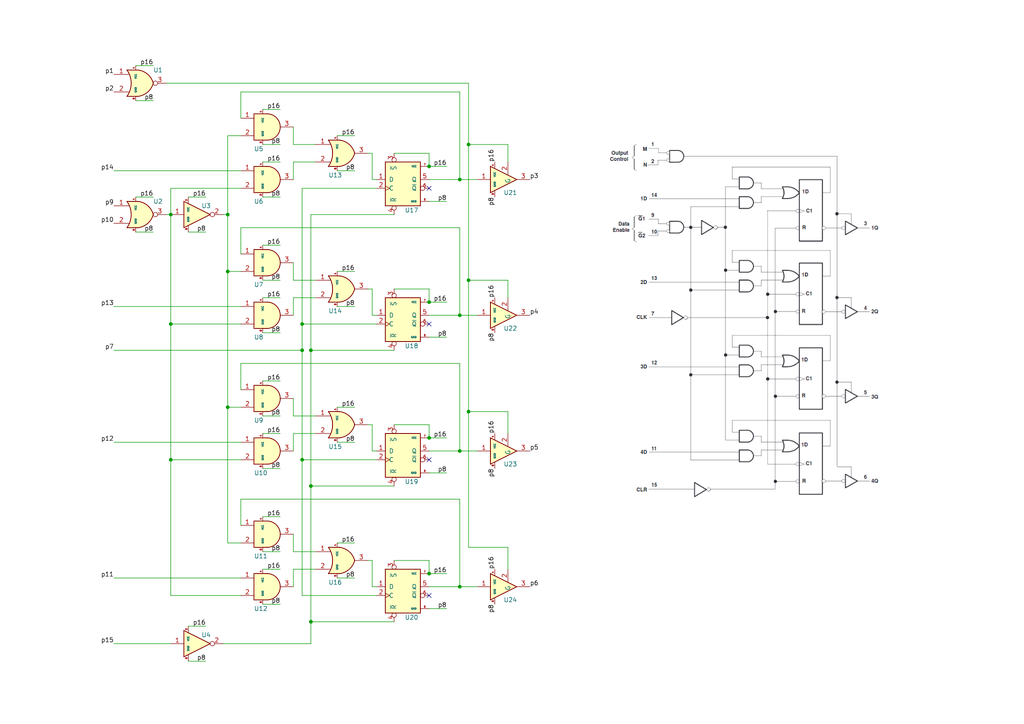
<source format=kicad_sch>
(kicad_sch (version 20231120) (generator "eeschema") (generator_version "8.0")
  (paper "A4")
  (lib_symbols
    (symbol "SimCad:AND2" (pin_names (offset 1.016))
      (property "Reference" "U" (at 2.54 5.08 0))
      (symbol "AND2_1_1"
        (polyline (pts (xy 1.27 3.81) (xy -2.54 3.81) (xy -2.54 -3.81) (xy 1.27 -3.81)) (stroke (width 0.254)) (fill (type background)))
        (arc (start 1.27 -3.81) (mid 5.08 0) (end 1.27 3.81) (stroke (width 0.254)) (fill (type background)))
        (pin input line (at 0 -5.08 90) (length 1.27) (name "GND") (number "0"))
        (pin input line (at -6.35 2.54 0) (length 3.81) (name "~") (number "1"))
        (pin input line (at -6.35 -2.54 0) (length 3.81) (name "~") (number "2"))
        (pin output line (at 8.89 0 180) (length 3.81) (name "~") (number "3"))
        (pin input line (at 0 5.08 270) (length 1.27) (name "VCC") (number "4"))
      )
    )
    (symbol "SimCad:BUF_G" (pin_names (offset 1.016))
      (property "Reference" "U" (at -3.81 5.08 0))
      (symbol "BUF_G_1_1"
        (polyline (pts (xy -1.27 3.81) (xy -1.27 -3.81) (xy 6.35 0) (xy -1.27 3.81)) (stroke (width 0.254)) (fill (type background)))
        (pin input line (at 0 -5.08 90) (length 1.8034) (name "GND") (number "0"))
        (pin input line (at -5.08 0 0) (length 3.81) (name "~") (number "1"))
        (pin input line (at 3.81 5.08 270) (length 3.7084) (name "G") (number "2"))
        (pin output line (at 10.16 0 180) (length 3.81) (name "~") (number "3"))
        (pin input line (at 0 5.08 270) (length 1.8034) (name "VCC") (number "4"))
      )
    )
    (symbol "SimCad:D_LATCH" (pin_names (offset 1.016))
      (property "Reference" "U" (at 0 6.35 0))
      (symbol "D_LATCH_1_1"
        (rectangle (start -5.08 5.08) (end 5.08 -7.62) (stroke (width 0.254)) (fill (type background)))
        (pin input line (at 7.62 -6.35 180) (length 2.54) (name "GND") (number "0"))
        (pin input line (at -7.62 0 0) (length 2.54) (name "D") (number "1"))
        (pin input clock (at -7.62 -2.54 0) (length 2.54) (name "C") (number "2"))
        (pin input inverted (at -2.54 7.62 270) (length 2.54) (name "~{S}") (number "3"))
        (pin input inverted (at -2.54 -10.16 90) (length 2.54) (name "~{R}") (number "4"))
        (pin output line (at 7.62 0 180) (length 2.54) (name "Q") (number "5"))
        (pin output inverted (at 7.62 -2.54 180) (length 2.54) (name "~{Q}") (number "6"))
        (pin input line (at 7.62 3.81 180) (length 2.54) (name "VCC") (number "7"))
      )
    )
    (symbol "SimCad:INV" (pin_names (offset 1.016))
      (property "Reference" "U" (at 2.54 5.08 0))
      (symbol "INV_1_1"
        (polyline (pts (xy -1.27 3.81) (xy -1.27 -3.81) (xy 6.35 0) (xy -1.27 3.81)) (stroke (width 0.254)) (fill (type background)))
        (pin input line (at 0 -5.08 90) (length 1.8034) (name "GND") (number "0"))
        (pin input line (at -5.08 0 0) (length 3.81) (name "~") (number "1"))
        (pin output inverted (at 10.16 0 180) (length 3.81) (name "~") (number "2"))
        (pin input line (at 0 5.08 270) (length 1.8034) (name "VCC") (number "3"))
      )
    )
    (symbol "SimCad:NOR2" (pin_names (offset 1.016))
      (property "Reference" "U" (at 2.54 5.08 0))
      (symbol "NOR2_1_1"
        (arc (start -2.54 -3.81) (mid -1.319 0) (end -2.54 3.81) (stroke (width 0.254)))
        (polyline (pts (xy -2.54 -3.81) (xy 0.635 -3.81)) (stroke (width 0.254)) (fill (type background)))
        (polyline (pts (xy -2.54 3.81) (xy 0.635 3.81)) (stroke (width 0.254)) (fill (type background)))
        (polyline (pts (xy 0.635 3.81) (xy -2.54 3.81) (xy -2.54 3.81) (xy -2.286 3.4036) (xy -1.7526 2.2606) (xy -1.4224 1.0414) (xy -1.3462 -0.254) (xy -1.4986 -1.4986) (xy -1.905 -2.7178) (xy -2.54 -3.81) (xy -2.54 -3.81) (xy 0.635 -3.81)) (stroke (width -25.4)) (fill (type background)))
        (arc (start 0.6604 -3.81) (mid 3.4542 -2.5851) (end 5.08 0) (stroke (width 0.254)) (fill (type background)))
        (arc (start 5.08 0) (mid 3.4615 2.5936) (end 0.6604 3.81) (stroke (width 0.254)) (fill (type background)))
        (pin input line (at 0 -5.08 90) (length 1.27) (name "GND") (number "0"))
        (pin input line (at -6.35 2.54 0) (length 4.318) (name "~") (number "1"))
        (pin input line (at -6.35 -2.54 0) (length 4.318) (name "~") (number "2"))
        (pin output inverted (at 8.89 0 180) (length 3.81) (name "~") (number "3"))
        (pin input line (at 0 5.08 270) (length 1.27) (name "VCC") (number "4"))
      )
    )
    (symbol "SimCad:OR2" (pin_names (offset 1.016))
      (property "Reference" "U" (at 2.54 5.08 0))
      (symbol "OR2_1_1"
        (arc (start -2.54 -3.81) (mid -1.319 0) (end -2.54 3.81) (stroke (width 0.254)))
        (polyline (pts (xy -2.54 -3.81) (xy 0.635 -3.81)) (stroke (width 0.254)) (fill (type background)))
        (polyline (pts (xy -2.54 3.81) (xy 0.635 3.81)) (stroke (width 0.254)) (fill (type background)))
        (polyline (pts (xy 0.635 3.81) (xy -2.54 3.81) (xy -2.54 3.81) (xy -2.286 3.4036) (xy -1.7526 2.2606) (xy -1.4224 1.0414) (xy -1.3462 -0.254) (xy -1.4986 -1.4986) (xy -1.905 -2.7178) (xy -2.54 -3.81) (xy -2.54 -3.81) (xy 0.635 -3.81)) (stroke (width -25.4)) (fill (type background)))
        (arc (start 0.6604 -3.81) (mid 3.4542 -2.5851) (end 5.08 0) (stroke (width 0.254)) (fill (type background)))
        (arc (start 5.08 0) (mid 3.4615 2.5936) (end 0.6604 3.81) (stroke (width 0.254)) (fill (type background)))
        (pin input line (at 0 -5.08 90) (length 1.27) (name "GND") (number "0"))
        (pin input line (at -6.35 2.54 0) (length 4.318) (name "~") (number "1"))
        (pin input line (at -6.35 -2.54 0) (length 4.318) (name "~") (number "2"))
        (pin output line (at 8.89 0 180) (length 3.81) (name "~") (number "3"))
        (pin input line (at 0 5.08 270) (length 1.27) (name "VCC") (number "4"))
      )
    )
  )
  (junction (at 135.89 41.91))
  (junction (at 87.63 101.6))
  (junction (at 133.35 170.18))
  (junction (at 49.53 133.35))
  (junction (at 66.04 118.11))
  (junction (at 135.89 81.28))
  (junction (at 66.04 78.74))
  (junction (at 49.53 62.23))
  (junction (at 49.53 93.98))
  (junction (at 124.46 166.37))
  (junction (at 124.46 127))
  (junction (at 66.04 62.23))
  (junction (at 124.46 48.26))
  (junction (at 90.17 180.34))
  (junction (at 133.35 91.44))
  (junction (at 90.17 101.6))
  (junction (at 87.63 133.35))
  (junction (at 124.46 87.63))
  (junction (at 133.35 130.81))
  (junction (at 90.17 140.97))
  (junction (at 133.35 52.07))
  (junction (at 135.89 119.38))
  (junction (at 87.63 93.98))
  (no_connect (at 124.46 172.72))
  (no_connect (at 124.46 93.98))
  (no_connect (at 124.46 54.61))
  (no_connect (at 124.46 133.35))
  (wire (pts (xy 90.17 101.6) (xy 90.17 140.97)))
  (wire (pts (xy 133.35 66.04) (xy 69.85 66.04)))
  (wire (pts (xy 85.09 115.57) (xy 85.09 120.65)))
  (wire (pts (xy 135.89 119.38) (xy 135.89 158.75)))
  (wire (pts (xy 76.2 175.26) (xy 81.28 175.26)))
  (wire (pts (xy 85.09 76.2) (xy 85.09 81.28)))
  (wire (pts (xy 64.77 186.69) (xy 90.17 186.69)))
  (wire (pts (xy 39.37 19.05) (xy 44.45 19.05)))
  (wire (pts (xy 97.79 167.64) (xy 102.87 167.64)))
  (wire (pts (xy 87.63 93.98) (xy 87.63 101.6)))
  (wire (pts (xy 133.35 105.41) (xy 69.85 105.41)))
  (wire (pts (xy 90.17 140.97) (xy 114.3 140.97)))
  (wire (pts (xy 69.85 105.41) (xy 69.85 113.03)))
  (wire (pts (xy 124.46 52.07) (xy 133.35 52.07)))
  (wire (pts (xy 97.79 118.11) (xy 102.87 118.11)))
  (wire (pts (xy 124.46 137.16) (xy 129.54 137.16)))
  (wire (pts (xy 107.95 44.45) (xy 107.95 52.07)))
  (wire (pts (xy 66.04 118.11) (xy 69.85 118.11)))
  (wire (pts (xy 106.68 123.19) (xy 107.95 123.19)))
  (wire (pts (xy 114.3 162.56) (xy 124.46 162.56)))
  (wire (pts (xy 124.46 130.81) (xy 133.35 130.81)))
  (wire (pts (xy 39.37 57.15) (xy 44.45 57.15)))
  (wire (pts (xy 90.17 140.97) (xy 90.17 180.34)))
  (wire (pts (xy 124.46 170.18) (xy 133.35 170.18)))
  (wire (pts (xy 49.53 133.35) (xy 49.53 172.72)))
  (wire (pts (xy 85.09 125.73) (xy 91.44 125.73)))
  (wire (pts (xy 66.04 62.23) (xy 66.04 78.74)))
  (wire (pts (xy 147.32 119.38) (xy 135.89 119.38)))
  (wire (pts (xy 107.95 91.44) (xy 109.22 91.44)))
  (wire (pts (xy 85.09 91.44) (xy 85.09 86.36)))
  (wire (pts (xy 107.95 162.56) (xy 107.95 170.18)))
  (wire (pts (xy 135.89 81.28) (xy 147.32 81.28)))
  (wire (pts (xy 39.37 67.31) (xy 44.45 67.31)))
  (wire (pts (xy 106.68 44.45) (xy 107.95 44.45)))
  (wire (pts (xy 147.32 125.73) (xy 147.32 119.38)))
  (wire (pts (xy 87.63 93.98) (xy 109.22 93.98)))
  (wire (pts (xy 66.04 157.48) (xy 69.85 157.48)))
  (wire (pts (xy 85.09 81.28) (xy 91.44 81.28)))
  (wire (pts (xy 97.79 88.9) (xy 102.87 88.9)))
  (wire (pts (xy 87.63 172.72) (xy 109.22 172.72)))
  (wire (pts (xy 76.2 46.99) (xy 81.28 46.99)))
  (wire (pts (xy 124.46 44.45) (xy 124.46 48.26)))
  (wire (pts (xy 54.61 57.15) (xy 59.69 57.15)))
  (wire (pts (xy 90.17 101.6) (xy 114.3 101.6)))
  (wire (pts (xy 124.46 58.42) (xy 129.54 58.42)))
  (wire (pts (xy 133.35 170.18) (xy 133.35 144.78)))
  (wire (pts (xy 54.61 181.61) (xy 59.69 181.61)))
  (wire (pts (xy 85.09 154.94) (xy 85.09 160.02)))
  (wire (pts (xy 124.46 48.26) (xy 129.54 48.26)))
  (wire (pts (xy 69.85 167.64) (xy 33.02 167.64)))
  (wire (pts (xy 33.02 186.69) (xy 49.53 186.69)))
  (wire (pts (xy 90.17 180.34) (xy 114.3 180.34)))
  (wire (pts (xy 124.46 162.56) (xy 124.46 166.37)))
  (wire (pts (xy 48.26 62.23) (xy 49.53 62.23)))
  (wire (pts (xy 133.35 144.78) (xy 69.85 144.78)))
  (wire (pts (xy 76.2 57.15) (xy 81.28 57.15)))
  (wire (pts (xy 97.79 157.48) (xy 102.87 157.48)))
  (wire (pts (xy 69.85 39.37) (xy 66.04 39.37)))
  (wire (pts (xy 135.89 41.91) (xy 135.89 81.28)))
  (wire (pts (xy 124.46 123.19) (xy 124.46 127)))
  (wire (pts (xy 69.85 128.27) (xy 33.02 128.27)))
  (wire (pts (xy 66.04 118.11) (xy 66.04 157.48)))
  (wire (pts (xy 114.3 83.82) (xy 124.46 83.82)))
  (wire (pts (xy 138.43 170.18) (xy 133.35 170.18)))
  (wire (pts (xy 49.53 62.23) (xy 49.53 93.98)))
  (wire (pts (xy 87.63 133.35) (xy 87.63 172.72)))
  (wire (pts (xy 76.2 165.1) (xy 81.28 165.1)))
  (wire (pts (xy 138.43 130.81) (xy 133.35 130.81)))
  (wire (pts (xy 133.35 91.44) (xy 133.35 66.04)))
  (wire (pts (xy 69.85 54.61) (xy 49.53 54.61)))
  (wire (pts (xy 85.09 36.83) (xy 85.09 41.91)))
  (wire (pts (xy 147.32 158.75) (xy 135.89 158.75)))
  (wire (pts (xy 106.68 83.82) (xy 107.95 83.82)))
  (wire (pts (xy 66.04 78.74) (xy 66.04 118.11)))
  (wire (pts (xy 147.32 86.36) (xy 147.32 81.28)))
  (wire (pts (xy 66.04 78.74) (xy 69.85 78.74)))
  (wire (pts (xy 107.95 170.18) (xy 109.22 170.18)))
  (wire (pts (xy 107.95 83.82) (xy 107.95 91.44)))
  (wire (pts (xy 49.53 93.98) (xy 69.85 93.98)))
  (wire (pts (xy 85.09 170.18) (xy 85.09 165.1)))
  (wire (pts (xy 49.53 172.72) (xy 69.85 172.72)))
  (wire (pts (xy 90.17 62.23) (xy 90.17 101.6)))
  (wire (pts (xy 124.46 91.44) (xy 133.35 91.44)))
  (wire (pts (xy 54.61 67.31) (xy 59.69 67.31)))
  (wire (pts (xy 49.53 133.35) (xy 69.85 133.35)))
  (wire (pts (xy 76.2 135.89) (xy 81.28 135.89)))
  (wire (pts (xy 106.68 162.56) (xy 107.95 162.56)))
  (wire (pts (xy 76.2 71.12) (xy 81.28 71.12)))
  (wire (pts (xy 66.04 39.37) (xy 66.04 62.23)))
  (wire (pts (xy 97.79 128.27) (xy 102.87 128.27)))
  (wire (pts (xy 85.09 46.99) (xy 91.44 46.99)))
  (wire (pts (xy 76.2 160.02) (xy 81.28 160.02)))
  (wire (pts (xy 76.2 110.49) (xy 81.28 110.49)))
  (wire (pts (xy 138.43 91.44) (xy 133.35 91.44)))
  (wire (pts (xy 64.77 62.23) (xy 66.04 62.23)))
  (wire (pts (xy 85.09 41.91) (xy 91.44 41.91)))
  (wire (pts (xy 107.95 123.19) (xy 107.95 130.81)))
  (wire (pts (xy 135.89 24.13) (xy 135.89 41.91)))
  (wire (pts (xy 85.09 160.02) (xy 91.44 160.02)))
  (wire (pts (xy 76.2 96.52) (xy 81.28 96.52)))
  (wire (pts (xy 69.85 49.53) (xy 33.02 49.53)))
  (wire (pts (xy 124.46 166.37) (xy 129.54 166.37)))
  (wire (pts (xy 124.46 127) (xy 129.54 127)))
  (wire (pts (xy 133.35 130.81) (xy 133.35 105.41)))
  (wire (pts (xy 147.32 165.1) (xy 147.32 158.75)))
  (wire (pts (xy 87.63 54.61) (xy 87.63 93.98)))
  (wire (pts (xy 76.2 86.36) (xy 81.28 86.36)))
  (wire (pts (xy 124.46 97.79) (xy 129.54 97.79)))
  (wire (pts (xy 49.53 54.61) (xy 49.53 62.23)))
  (wire (pts (xy 124.46 176.53) (xy 129.54 176.53)))
  (wire (pts (xy 97.79 39.37) (xy 102.87 39.37)))
  (wire (pts (xy 90.17 186.69) (xy 90.17 180.34)))
  (wire (pts (xy 114.3 44.45) (xy 124.46 44.45)))
  (wire (pts (xy 133.35 52.07) (xy 133.35 26.67)))
  (wire (pts (xy 124.46 87.63) (xy 129.54 87.63)))
  (wire (pts (xy 85.09 120.65) (xy 91.44 120.65)))
  (wire (pts (xy 85.09 52.07) (xy 85.09 46.99)))
  (wire (pts (xy 39.37 29.21) (xy 44.45 29.21)))
  (wire (pts (xy 76.2 125.73) (xy 81.28 125.73)))
  (wire (pts (xy 97.79 78.74) (xy 102.87 78.74)))
  (wire (pts (xy 69.85 88.9) (xy 33.02 88.9)))
  (wire (pts (xy 114.3 62.23) (xy 90.17 62.23)))
  (wire (pts (xy 135.89 81.28) (xy 135.89 119.38)))
  (wire (pts (xy 85.09 130.81) (xy 85.09 125.73)))
  (wire (pts (xy 107.95 130.81) (xy 109.22 130.81)))
  (wire (pts (xy 97.79 49.53) (xy 102.87 49.53)))
  (wire (pts (xy 69.85 26.67) (xy 69.85 34.29)))
  (wire (pts (xy 138.43 52.07) (xy 133.35 52.07)))
  (wire (pts (xy 48.26 24.13) (xy 135.89 24.13)))
  (wire (pts (xy 54.61 191.77) (xy 59.69 191.77)))
  (wire (pts (xy 69.85 66.04) (xy 69.85 73.66)))
  (wire (pts (xy 124.46 83.82) (xy 124.46 87.63)))
  (wire (pts (xy 109.22 54.61) (xy 87.63 54.61)))
  (wire (pts (xy 76.2 41.91) (xy 81.28 41.91)))
  (wire (pts (xy 133.35 26.67) (xy 69.85 26.67)))
  (wire (pts (xy 107.95 52.07) (xy 109.22 52.07)))
  (wire (pts (xy 114.3 123.19) (xy 124.46 123.19)))
  (wire (pts (xy 87.63 101.6) (xy 87.63 133.35)))
  (wire (pts (xy 76.2 149.86) (xy 81.28 149.86)))
  (wire (pts (xy 76.2 81.28) (xy 81.28 81.28)))
  (wire (pts (xy 85.09 165.1) (xy 91.44 165.1)))
  (wire (pts (xy 69.85 144.78) (xy 69.85 152.4)))
  (wire (pts (xy 85.09 86.36) (xy 91.44 86.36)))
  (wire (pts (xy 76.2 31.75) (xy 81.28 31.75)))
  (wire (pts (xy 76.2 120.65) (xy 81.28 120.65)))
  (wire (pts (xy 87.63 101.6) (xy 33.02 101.6)))
  (wire (pts (xy 49.53 93.98) (xy 49.53 133.35)))
  (wire (pts (xy 147.32 41.91) (xy 135.89 41.91)))
  (wire (pts (xy 147.32 46.99) (xy 147.32 41.91)))
  (wire (pts (xy 87.63 133.35) (xy 109.22 133.35)))
  (image (at 217.17 92.71) (scale 0.47))
  (label "p8" (at 143.51 135.89 270))
  (label "p6" (at 153.67 170.18 0))
  (label "p11" (at 33.02 167.64 180))
  (label "p15" (at 33.02 186.69 180))
  (label "p14" (at 33.02 49.53 180))
  (label "p8" (at 59.69 67.31 180))
  (label "p16" (at 44.45 57.15 180))
  (label "p8" (at 81.28 160.02 180))
  (label "p16" (at 59.69 57.15 180))
  (label "p16" (at 59.69 181.61 180))
  (label "p16" (at 81.28 149.86 180))
  (label "p16" (at 129.54 87.63 180))
  (label "p8" (at 129.54 58.42 180))
  (label "p16" (at 81.28 165.1 180))
  (label "p16" (at 81.28 86.36 180))
  (label "p8" (at 81.28 96.52 180))
  (label "p4" (at 153.67 91.44 0))
  (label "p13" (at 33.02 88.9 180))
  (label "p1" (at 33.02 21.59 180))
  (label "p8" (at 129.54 137.16 180))
  (label "p16" (at 81.28 110.49 180))
  (label "p8" (at 143.51 57.15 270))
  (label "p16" (at 81.28 46.99 180))
  (label "p16" (at 143.51 86.36 90))
  (label "p16" (at 81.28 125.73 180))
  (label "p8" (at 102.87 128.27 180))
  (label "p16" (at 81.28 71.12 180))
  (label "p16" (at 129.54 48.26 180))
  (label "p5" (at 153.67 130.81 0))
  (label "p8" (at 81.28 57.15 180))
  (label "p8" (at 44.45 29.21 180))
  (label "p16" (at 102.87 118.11 180))
  (label "p16" (at 102.87 39.37 180))
  (label "p3" (at 153.67 52.07 0))
  (label "p8" (at 102.87 49.53 180))
  (label "p16" (at 81.28 31.75 180))
  (label "p16" (at 129.54 127 180))
  (label "p7" (at 33.02 101.6 180))
  (label "p2" (at 33.02 26.67 180))
  (label "p8" (at 143.51 96.52 270))
  (label "p8" (at 81.28 135.89 180))
  (label "p8" (at 102.87 88.9 180))
  (label "p8" (at 129.54 97.79 180))
  (label "p8" (at 81.28 120.65 180))
  (label "p16" (at 102.87 157.48 180))
  (label "p16" (at 102.87 78.74 180))
  (label "p16" (at 129.54 166.37 180))
  (label "p16" (at 143.51 125.73 90))
  (label "p16" (at 44.45 19.05 180))
  (label "p16" (at 143.51 46.99 90))
  (label "p9" (at 33.02 59.69 180))
  (label "p12" (at 33.02 128.27 180))
  (label "p8" (at 143.51 175.26 270))
  (label "p8" (at 44.45 67.31 180))
  (label "p8" (at 129.54 176.53 180))
  (label "p16" (at 143.51 165.1 90))
  (label "p10" (at 33.02 64.77 180))
  (label "p8" (at 81.28 81.28 180))
  (label "p8" (at 59.69 191.77 180))
  (label "p8" (at 102.87 167.64 180))
  (label "p8" (at 81.28 41.91 180))
  (label "p8" (at 81.28 175.26 180))
  (symbol (lib_id "SimCad:D_LATCH") (at 116.84 52.07 0) (unit 1)
    (property "Reference" "U17" (at 119.38 60.96 0))
    (property "Value" "D_LATCH" (effects (hide yes)))
  )
  (symbol (lib_id "SimCad:OR2") (at 97.79 44.45 0) (unit 1)
    (property "Reference" "U13" (at 95.25 50.8 0) (effects (justify left)))
    (property "Value" "OR2" (effects (hide yes)))
  )
  (symbol (lib_id "SimCad:AND2") (at 76.2 36.83 0) (unit 1)
    (property "Reference" "U5" (at 73.66 43.18 0) (effects (justify left)))
    (property "Value" "AND2" (effects (hide yes)))
  )
  (symbol (lib_id "SimCad:AND2") (at 76.2 52.07 0) (unit 1)
    (property "Reference" "U6" (at 73.66 58.42 0) (effects (justify left)))
    (property "Value" "AND2" (effects (hide yes)))
  )
  (symbol (lib_id "SimCad:D_LATCH") (at 116.84 91.44 0) (unit 1)
    (property "Reference" "U18" (at 119.38 100.33 0))
    (property "Value" "D_LATCH" (effects (hide yes)))
  )
  (symbol (lib_id "SimCad:OR2") (at 97.79 83.82 0) (unit 1)
    (property "Reference" "U14" (at 95.25 90.17 0) (effects (justify left)))
    (property "Value" "OR2" (effects (hide yes)))
  )
  (symbol (lib_id "SimCad:AND2") (at 76.2 76.2 0) (unit 1)
    (property "Reference" "U7" (at 73.66 82.55 0) (effects (justify left)))
    (property "Value" "AND2" (effects (hide yes)))
  )
  (symbol (lib_id "SimCad:AND2") (at 76.2 91.44 0) (unit 1)
    (property "Reference" "U8" (at 73.66 97.79 0) (effects (justify left)))
    (property "Value" "AND2" (effects (hide yes)))
  )
  (symbol (lib_id "SimCad:D_LATCH") (at 116.84 130.81 0) (unit 1)
    (property "Reference" "U19" (at 119.38 139.7 0))
    (property "Value" "D_LATCH" (effects (hide yes)))
  )
  (symbol (lib_id "SimCad:OR2") (at 97.79 123.19 0) (unit 1)
    (property "Reference" "U15" (at 95.25 129.54 0) (effects (justify left)))
    (property "Value" "OR2" (effects (hide yes)))
  )
  (symbol (lib_id "SimCad:AND2") (at 76.2 115.57 0) (unit 1)
    (property "Reference" "U9" (at 73.66 121.92 0) (effects (justify left)))
    (property "Value" "AND2" (effects (hide yes)))
  )
  (symbol (lib_id "SimCad:AND2") (at 76.2 130.81 0) (unit 1)
    (property "Reference" "U10" (at 73.66 137.16 0) (effects (justify left)))
    (property "Value" "AND2" (effects (hide yes)))
  )
  (symbol (lib_id "SimCad:D_LATCH") (at 116.84 170.18 0) (unit 1)
    (property "Reference" "U20" (at 119.38 179.07 0))
    (property "Value" "D_LATCH" (effects (hide yes)))
  )
  (symbol (lib_id "SimCad:OR2") (at 97.79 162.56 0) (unit 1)
    (property "Reference" "U16" (at 95.25 168.91 0) (effects (justify left)))
    (property "Value" "OR2" (effects (hide yes)))
  )
  (symbol (lib_id "SimCad:AND2") (at 76.2 154.94 0) (unit 1)
    (property "Reference" "U11" (at 73.66 161.29 0) (effects (justify left)))
    (property "Value" "AND2" (effects (hide yes)))
  )
  (symbol (lib_id "SimCad:AND2") (at 76.2 170.18 0) (unit 1)
    (property "Reference" "U12" (at 73.66 176.53 0) (effects (justify left)))
    (property "Value" "AND2" (effects (hide yes)))
  )
  (symbol (lib_id "SimCad:BUF_G") (at 143.51 52.07 0) (unit 1)
    (property "Reference" "U21" (at 146.05 55.88 0) (effects (justify left)))
    (property "Value" "BUF_G" (effects (hide yes)))
  )
  (symbol (lib_id "SimCad:BUF_G") (at 143.51 91.44 0) (unit 1)
    (property "Reference" "U22" (at 146.05 95.25 0) (effects (justify left)))
    (property "Value" "BUF_G" (effects (hide yes)))
  )
  (symbol (lib_id "SimCad:BUF_G") (at 143.51 130.81 0) (unit 1)
    (property "Reference" "U23" (at 146.05 134.62 0) (effects (justify left)))
    (property "Value" "BUF_G" (effects (hide yes)))
  )
  (symbol (lib_id "SimCad:BUF_G") (at 143.51 170.18 0) (unit 1)
    (property "Reference" "U24" (at 146.05 173.99 0) (effects (justify left)))
    (property "Value" "BUF_G" (effects (hide yes)))
  )
  (symbol (lib_id "SimCad:INV") (at 54.61 62.23 0) (unit 1)
    (property "Reference" "U3" (at 58.42 59.69 0) (effects (justify left)))
    (property "Value" "INV" (effects (hide yes)))
  )
  (symbol (lib_id "SimCad:NOR2") (at 39.37 62.23 0) (unit 1)
    (property "Reference" "U2" (at 44.45 58.42 0) (effects (justify left)))
    (property "Value" "NOR2" (effects (hide yes)))
  )
  (symbol (lib_id "SimCad:NOR2") (at 39.37 24.13 0) (unit 1)
    (property "Reference" "U1" (at 44.45 20.32 0) (effects (justify left)))
    (property "Value" "NOR2" (effects (hide yes)))
  )
  (symbol (lib_id "SimCad:INV") (at 54.61 186.69 0) (unit 1)
    (property "Reference" "U4" (at 58.42 184.15 0) (effects (justify left)))
    (property "Value" "INV" (effects (hide yes)))
  )
)
</source>
